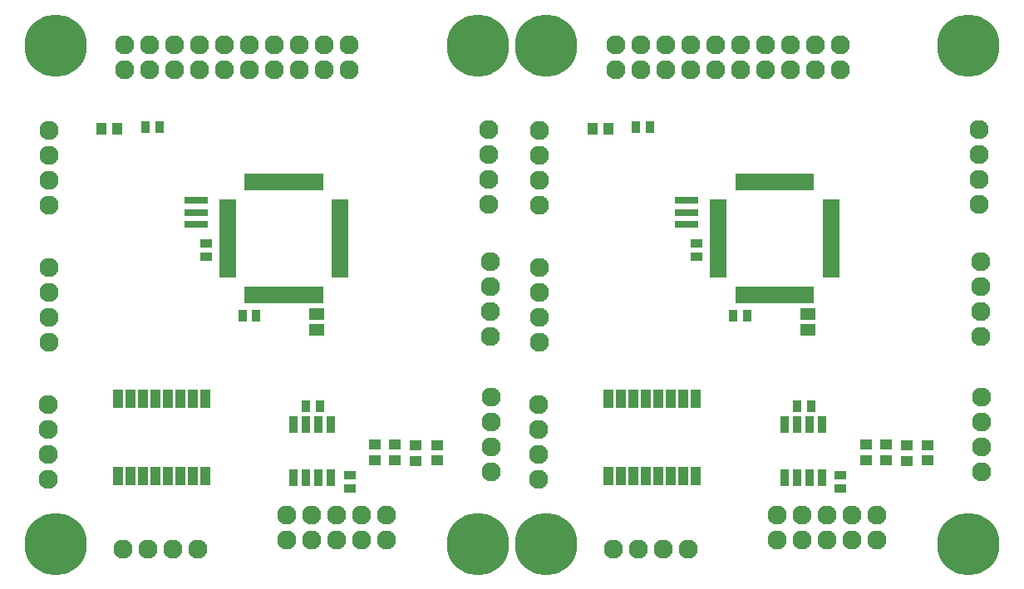
<source format=gts>
G04 EasyPC Gerber Version 21.0.3 Build 4286 *
G04 #@! TF.Part,Single*
G04 #@! TF.FileFunction,Soldermask,Top *
G04 #@! TF.FilePolarity,Negative *
%FSLAX45Y45*%
%MOIN*%
G04 #@! TA.AperFunction,SMDPad*
%ADD125R,0.02181X0.06807*%
%ADD11R,0.03559X0.04937*%
%ADD79R,0.03559X0.06906*%
%ADD126R,0.03992X0.07201*%
%ADD99R,0.04346X0.04740*%
G04 #@! TA.AperFunction,ComponentPad*
%ADD12C,0.07693*%
G04 #@! TA.AperFunction,WasherPad*
%ADD10C,0.25016*%
G04 #@! TA.AperFunction,SMDPad*
%ADD124R,0.06807X0.02181*%
%ADD84R,0.09268X0.02575*%
%ADD16R,0.04937X0.03559*%
%ADD82R,0.04740X0.04346*%
%ADD83R,0.06472X0.04583*%
X0Y0D02*
D02*
D10*
X51839Y40218D03*
Y240218D03*
X221130Y40218D03*
Y240218D03*
X248689Y40218D03*
Y240218D03*
X417981Y40218D03*
Y240218D03*
D02*
D11*
X87852Y207528D03*
X93403D03*
X126791Y131648D03*
X132342D03*
X152351Y95523D03*
X157902D03*
X284702Y207528D03*
X290254D03*
X323641Y131648D03*
X329192D03*
X349201Y95523D03*
X354752D03*
D02*
D12*
X48793Y66045D03*
Y76045D03*
Y86045D03*
Y96045D03*
X49167Y121045D03*
Y131045D03*
Y141045D03*
Y151045D03*
Y176045D03*
Y186045D03*
Y196045D03*
Y206045D03*
X78846Y38045D03*
X79548Y230359D03*
Y240359D03*
X88846Y38045D03*
X89548Y230359D03*
Y240359D03*
X98846Y38045D03*
X99548Y230359D03*
Y240359D03*
X108846Y38045D03*
X109548Y230359D03*
Y240359D03*
X119548Y230359D03*
Y240359D03*
X129548Y230359D03*
Y240359D03*
X139548Y230359D03*
Y240359D03*
X144429Y41861D03*
Y51861D03*
X149548Y230359D03*
Y240359D03*
X154429Y41861D03*
Y51861D03*
X159548Y230359D03*
Y240359D03*
X164429Y41861D03*
Y51861D03*
X169548Y230359D03*
Y240359D03*
X174429Y41861D03*
Y51861D03*
X184429Y41861D03*
Y51861D03*
X225514Y176304D03*
Y186304D03*
Y196304D03*
Y206304D03*
X226138Y123387D03*
Y133387D03*
Y143387D03*
Y153387D03*
X226387Y69098D03*
Y79098D03*
Y89098D03*
Y99098D03*
X245643Y66045D03*
Y76045D03*
Y86045D03*
Y96045D03*
X246017Y121045D03*
Y131045D03*
Y141045D03*
Y151045D03*
Y176045D03*
Y186045D03*
Y196045D03*
Y206045D03*
X275697Y38045D03*
X276398Y230359D03*
Y240359D03*
X285697Y38045D03*
X286398Y230359D03*
Y240359D03*
X295697Y38045D03*
X296398Y230359D03*
Y240359D03*
X305697Y38045D03*
X306398Y230359D03*
Y240359D03*
X316398Y230359D03*
Y240359D03*
X326398Y230359D03*
Y240359D03*
X336398Y230359D03*
Y240359D03*
X341279Y41861D03*
Y51861D03*
X346398Y230359D03*
Y240359D03*
X351279Y41861D03*
Y51861D03*
X356398Y230359D03*
Y240359D03*
X361279Y41861D03*
Y51861D03*
X366398Y230359D03*
Y240359D03*
X371279Y41861D03*
Y51861D03*
X381279Y41861D03*
Y51861D03*
X422364Y176304D03*
Y186304D03*
Y196304D03*
Y206304D03*
X422988Y123387D03*
Y133387D03*
Y143387D03*
Y153387D03*
X423238Y69098D03*
Y79098D03*
Y89098D03*
Y99098D03*
D02*
D16*
X112193Y155304D03*
Y160856D03*
X169852Y62326D03*
Y67877D03*
X309043Y155304D03*
Y160856D03*
X366702Y62326D03*
Y67877D03*
D02*
D79*
X147250Y66853D03*
Y88113D03*
X152250Y66853D03*
Y88113D03*
X157250Y66853D03*
Y88113D03*
X162250Y66853D03*
Y88113D03*
X344101Y66853D03*
Y88113D03*
X349101Y66853D03*
Y88113D03*
X354101Y66853D03*
Y88113D03*
X359101Y66853D03*
Y88113D03*
D02*
D82*
X179961Y73834D03*
Y80133D03*
X187948Y73709D03*
Y80009D03*
X196310Y73460D03*
Y79759D03*
X204796Y73585D03*
Y79884D03*
X376811Y73834D03*
Y80133D03*
X384798Y73709D03*
Y80009D03*
X393160Y73460D03*
Y79759D03*
X401647Y73585D03*
Y79884D03*
D02*
D83*
X156622Y125923D03*
Y132380D03*
X353473Y125923D03*
Y132380D03*
D02*
D84*
X108074Y168483D03*
Y173207D03*
Y177931D03*
X304924Y168483D03*
Y173207D03*
Y177931D03*
D02*
D99*
X70354Y206779D03*
X76653D03*
X267204D03*
X273504D03*
D02*
D124*
X120803Y147960D03*
Y149928D03*
Y151897D03*
Y153865D03*
Y155834D03*
Y157802D03*
Y159771D03*
Y161739D03*
Y163708D03*
Y165676D03*
Y167645D03*
Y169613D03*
Y171582D03*
Y173550D03*
Y175519D03*
Y177487D03*
X165984Y147960D03*
Y149928D03*
Y151897D03*
Y153865D03*
Y155834D03*
Y157802D03*
Y159771D03*
Y161739D03*
Y163708D03*
Y165676D03*
Y167645D03*
Y169613D03*
Y171582D03*
Y173550D03*
Y175519D03*
Y177487D03*
X317653Y147960D03*
Y149928D03*
Y151897D03*
Y153865D03*
Y155834D03*
Y157802D03*
Y159771D03*
Y161739D03*
Y163708D03*
Y165676D03*
Y167645D03*
Y169613D03*
Y171582D03*
Y173550D03*
Y175519D03*
Y177487D03*
X362834Y147960D03*
Y149928D03*
Y151897D03*
Y153865D03*
Y155834D03*
Y157802D03*
Y159771D03*
Y161739D03*
Y163708D03*
Y165676D03*
Y167645D03*
Y169613D03*
Y171582D03*
Y173550D03*
Y175519D03*
Y177487D03*
D02*
D125*
X128630Y140133D03*
Y185314D03*
X130598Y140133D03*
Y185314D03*
X132567Y140133D03*
Y185314D03*
X134535Y140133D03*
Y185314D03*
X136504Y140133D03*
Y185314D03*
X138472Y140133D03*
Y185314D03*
X140441Y140133D03*
Y185314D03*
X142409Y140133D03*
Y185314D03*
X144378Y140133D03*
Y185314D03*
X146346Y140133D03*
Y185314D03*
X148315Y140133D03*
Y185314D03*
X150283Y140133D03*
Y185314D03*
X152252Y140133D03*
Y185314D03*
X154220Y140133D03*
Y185314D03*
X156189Y140133D03*
Y185314D03*
X158157Y140133D03*
Y185314D03*
X325480Y140133D03*
Y185314D03*
X327448Y140133D03*
Y185314D03*
X329417Y140133D03*
Y185314D03*
X331385Y140133D03*
Y185314D03*
X333354Y140133D03*
Y185314D03*
X335322Y140133D03*
Y185314D03*
X337291Y140133D03*
Y185314D03*
X339259Y140133D03*
Y185314D03*
X341228Y140133D03*
Y185314D03*
X343196Y140133D03*
Y185314D03*
X345165Y140133D03*
Y185314D03*
X347133Y140133D03*
Y185314D03*
X349102Y140133D03*
Y185314D03*
X351070Y140133D03*
Y185314D03*
X353039Y140133D03*
Y185314D03*
X355007Y140133D03*
Y185314D03*
D02*
D126*
X76721Y67374D03*
Y98575D03*
X81721Y67374D03*
Y98575D03*
X86721Y67374D03*
Y98575D03*
X91721Y67374D03*
Y98575D03*
X96721Y67374D03*
Y98575D03*
X101721Y67374D03*
Y98575D03*
X106721Y67374D03*
Y98575D03*
X111721Y67374D03*
Y98575D03*
X273571Y67374D03*
Y98575D03*
X278571Y67374D03*
Y98575D03*
X283571Y67374D03*
Y98575D03*
X288571Y67374D03*
Y98575D03*
X293571Y67374D03*
Y98575D03*
X298571Y67374D03*
Y98575D03*
X303571Y67374D03*
Y98575D03*
X308571Y67374D03*
Y98575D03*
X0Y0D02*
M02*

</source>
